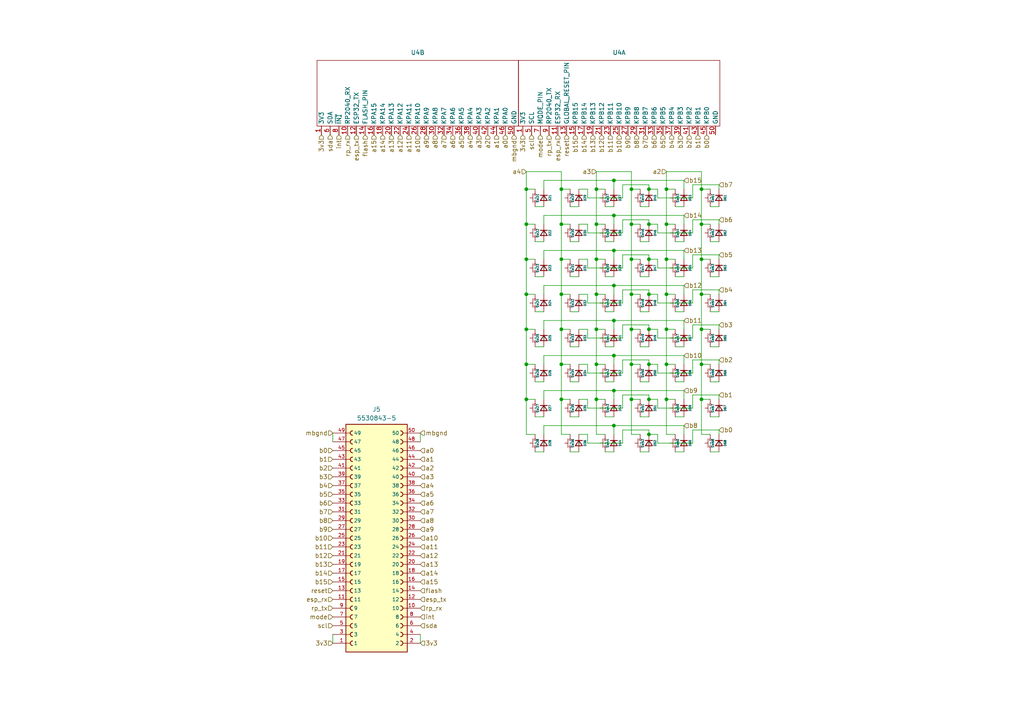
<source format=kicad_sch>
(kicad_sch (version 20230121) (generator eeschema)
  (paper "A4")
  (junction (at 178.054 92.964))
  (junction (at 152.654 115.824))
  (junction (at 193.294 75.184))
  (junction (at 203.454 65.024))
  (junction (at 183.134 54.864))
  (junction (at 203.454 54.864))
  (junction (at 183.134 105.664))
  (junction (at 183.134 85.344))
  (junction (at 152.654 85.344))
  (junction (at 188.214 125.984))
  (junction (at 193.294 105.664))
  (junction (at 162.814 95.504))
  (junction (at 172.974 75.184))
  (junction (at 172.974 54.864))
  (junction (at 172.974 85.344))
  (junction (at 203.454 115.824))
  (junction (at 162.814 115.824))
  (junction (at 178.054 123.444))
  (junction (at 152.654 65.024))
  (junction (at 178.054 62.484))
  (junction (at 183.134 115.824))
  (junction (at 193.294 54.864))
  (junction (at 152.654 75.184))
  (junction (at 193.294 65.024))
  (junction (at 172.974 95.504))
  (junction (at 193.294 115.824))
  (junction (at 203.454 105.664))
  (junction (at 188.214 105.664))
  (junction (at 162.814 54.864))
  (junction (at 178.054 52.324))
  (junction (at 183.134 95.504))
  (junction (at 152.654 95.504))
  (junction (at 188.214 65.024))
  (junction (at 203.454 75.184))
  (junction (at 178.054 113.284))
  (junction (at 193.294 95.504))
  (junction (at 183.134 65.024))
  (junction (at 172.974 65.024))
  (junction (at 162.814 75.184))
  (junction (at 193.294 85.344))
  (junction (at 188.214 54.864))
  (junction (at 178.054 72.644))
  (junction (at 178.054 103.124))
  (junction (at 152.654 105.664))
  (junction (at 172.974 105.664))
  (junction (at 152.654 54.864))
  (junction (at 188.214 85.344))
  (junction (at 203.454 85.344))
  (junction (at 188.214 115.824))
  (junction (at 172.974 115.824))
  (junction (at 162.814 85.344))
  (junction (at 188.214 95.504))
  (junction (at 162.814 65.024))
  (junction (at 188.214 75.184))
  (junction (at 203.454 95.504))
  (junction (at 178.054 82.804))
  (junction (at 183.134 75.184))
  (junction (at 162.814 105.664))
  (wire (pts (xy 175.514 110.744) (xy 178.054 110.744)))
  (wire (pts (xy 157.734 113.284) (xy 157.734 115.824)))
  (wire (pts (xy 185.674 59.944) (xy 188.214 59.944)))
  (wire (pts (xy 185.674 110.744) (xy 188.214 110.744)))
  (wire (pts (xy 152.654 125.984) (xy 155.194 125.984)))
  (wire (pts (xy 200.914 108.204) (xy 200.914 104.394)))
  (wire (pts (xy 170.434 67.564) (xy 180.594 67.564)))
  (wire (pts (xy 203.454 54.864) (xy 203.454 65.024)))
  (wire (pts (xy 157.734 85.344) (xy 157.734 82.804)))
  (wire (pts (xy 208.534 73.914) (xy 208.534 75.184)))
  (wire (pts (xy 200.914 53.594) (xy 208.534 53.594)))
  (wire (pts (xy 178.054 62.484) (xy 157.734 62.484)))
  (wire (pts (xy 195.834 80.264) (xy 198.374 80.264)))
  (wire (pts (xy 183.134 75.184) (xy 185.674 75.184)))
  (wire (pts (xy 183.134 65.024) (xy 183.134 75.184)))
  (wire (pts (xy 162.814 75.184) (xy 165.354 75.184)))
  (wire (pts (xy 152.654 65.024) (xy 152.654 75.184)))
  (wire (pts (xy 167.894 65.024) (xy 170.434 65.024)))
  (wire (pts (xy 185.674 80.264) (xy 188.214 80.264)))
  (wire (pts (xy 190.754 105.664) (xy 190.754 108.204)))
  (wire (pts (xy 167.894 105.664) (xy 170.434 105.664)))
  (wire (pts (xy 167.894 75.184) (xy 170.434 75.184)))
  (wire (pts (xy 208.534 94.234) (xy 208.534 95.504)))
  (wire (pts (xy 190.754 85.344) (xy 190.754 87.884)))
  (wire (pts (xy 208.534 104.394) (xy 208.534 105.664)))
  (wire (pts (xy 178.054 123.444) (xy 198.374 123.444)))
  (wire (pts (xy 175.514 120.904) (xy 178.054 120.904)))
  (wire (pts (xy 190.754 95.504) (xy 190.754 98.044)))
  (wire (pts (xy 188.214 84.074) (xy 188.214 85.344)))
  (wire (pts (xy 170.434 57.404) (xy 180.594 57.404)))
  (wire (pts (xy 175.514 80.264) (xy 178.054 80.264)))
  (wire (pts (xy 180.594 98.044) (xy 180.594 94.234)))
  (wire (pts (xy 200.914 84.074) (xy 208.534 84.074)))
  (wire (pts (xy 167.894 85.344) (xy 170.434 85.344)))
  (wire (pts (xy 157.734 125.984) (xy 157.734 123.444)))
  (wire (pts (xy 152.654 105.664) (xy 152.654 115.824)))
  (wire (pts (xy 193.294 49.784) (xy 193.294 54.864)))
  (wire (pts (xy 162.814 85.344) (xy 165.354 85.344)))
  (wire (pts (xy 178.054 54.864) (xy 178.054 52.324)))
  (wire (pts (xy 203.454 65.024) (xy 205.994 65.024)))
  (wire (pts (xy 121.92 184.023) (xy 121.92 186.563)))
  (wire (pts (xy 152.654 49.784) (xy 152.654 54.864)))
  (wire (pts (xy 172.974 125.984) (xy 175.514 125.984)))
  (wire (pts (xy 165.354 100.584) (xy 167.894 100.584)))
  (wire (pts (xy 198.374 105.664) (xy 198.374 103.124)))
  (wire (pts (xy 188.214 73.914) (xy 188.214 75.184)))
  (wire (pts (xy 178.054 103.124) (xy 178.054 105.664)))
  (wire (pts (xy 183.134 54.864) (xy 183.134 49.784)))
  (wire (pts (xy 198.374 92.964) (xy 178.054 92.964)))
  (wire (pts (xy 170.434 128.524) (xy 180.594 128.524)))
  (wire (pts (xy 188.214 54.864) (xy 190.754 54.864)))
  (wire (pts (xy 193.294 105.664) (xy 195.834 105.664)))
  (wire (pts (xy 180.594 84.074) (xy 188.214 84.074)))
  (wire (pts (xy 190.754 118.364) (xy 200.914 118.364)))
  (wire (pts (xy 190.754 65.024) (xy 190.754 67.564)))
  (wire (pts (xy 190.754 108.204) (xy 200.914 108.204)))
  (wire (pts (xy 165.354 110.744) (xy 167.894 110.744)))
  (wire (pts (xy 198.374 75.184) (xy 198.374 72.644)))
  (wire (pts (xy 188.214 105.664) (xy 190.754 105.664)))
  (wire (pts (xy 190.754 115.824) (xy 190.754 118.364)))
  (wire (pts (xy 162.814 105.664) (xy 165.354 105.664)))
  (wire (pts (xy 185.674 131.064) (xy 188.214 131.064)))
  (wire (pts (xy 172.974 65.024) (xy 175.514 65.024)))
  (wire (pts (xy 188.214 65.024) (xy 190.754 65.024)))
  (wire (pts (xy 175.514 59.944) (xy 178.054 59.944)))
  (wire (pts (xy 195.834 131.064) (xy 198.374 131.064)))
  (wire (pts (xy 183.134 105.664) (xy 185.674 105.664)))
  (wire (pts (xy 203.454 125.984) (xy 205.994 125.984)))
  (wire (pts (xy 170.434 118.364) (xy 180.594 118.364)))
  (wire (pts (xy 203.454 115.824) (xy 203.454 125.984)))
  (wire (pts (xy 152.654 54.864) (xy 152.654 65.024)))
  (wire (pts (xy 205.994 54.864) (xy 203.454 54.864)))
  (wire (pts (xy 195.834 110.744) (xy 198.374 110.744)))
  (wire (pts (xy 198.374 65.024) (xy 198.374 62.484)))
  (wire (pts (xy 180.594 124.714) (xy 188.214 124.714)))
  (wire (pts (xy 198.374 95.504) (xy 198.374 92.964)))
  (wire (pts (xy 205.994 100.584) (xy 208.534 100.584)))
  (wire (pts (xy 157.734 52.324) (xy 178.054 52.324)))
  (wire (pts (xy 208.534 84.074) (xy 208.534 85.344)))
  (wire (pts (xy 167.894 115.824) (xy 170.434 115.824)))
  (wire (pts (xy 203.454 54.864) (xy 203.454 49.784)))
  (wire (pts (xy 170.434 77.724) (xy 180.594 77.724)))
  (wire (pts (xy 172.974 65.024) (xy 172.974 75.184)))
  (wire (pts (xy 165.354 120.904) (xy 167.894 120.904)))
  (wire (pts (xy 155.194 54.864) (xy 152.654 54.864)))
  (wire (pts (xy 190.754 87.884) (xy 200.914 87.884)))
  (wire (pts (xy 193.294 105.664) (xy 193.294 115.824)))
  (wire (pts (xy 170.434 85.344) (xy 170.434 87.884)))
  (wire (pts (xy 203.454 95.504) (xy 205.994 95.504)))
  (wire (pts (xy 180.594 118.364) (xy 180.594 114.554)))
  (wire (pts (xy 208.534 63.754) (xy 208.534 65.024)))
  (wire (pts (xy 193.294 95.504) (xy 195.834 95.504)))
  (wire (pts (xy 200.914 94.234) (xy 208.534 94.234)))
  (wire (pts (xy 188.214 95.504) (xy 190.754 95.504)))
  (wire (pts (xy 205.994 80.264) (xy 208.534 80.264)))
  (wire (pts (xy 183.134 105.664) (xy 183.134 115.824)))
  (wire (pts (xy 195.834 120.904) (xy 198.374 120.904)))
  (wire (pts (xy 172.974 115.824) (xy 172.974 125.984)))
  (wire (pts (xy 157.734 123.444) (xy 178.054 123.444)))
  (wire (pts (xy 157.734 92.964) (xy 157.734 95.504)))
  (wire (pts (xy 185.674 120.904) (xy 188.214 120.904)))
  (wire (pts (xy 195.834 54.864) (xy 193.294 54.864)))
  (wire (pts (xy 183.134 54.864) (xy 183.134 65.024)))
  (wire (pts (xy 178.054 65.024) (xy 178.054 62.484)))
  (wire (pts (xy 203.454 105.664) (xy 205.994 105.664)))
  (wire (pts (xy 170.434 108.204) (xy 180.594 108.204)))
  (wire (pts (xy 155.194 80.264) (xy 157.734 80.264)))
  (wire (pts (xy 183.134 115.824) (xy 183.134 125.984)))
  (wire (pts (xy 185.674 54.864) (xy 183.134 54.864)))
  (wire (pts (xy 178.054 92.964) (xy 157.734 92.964)))
  (wire (pts (xy 200.914 124.714) (xy 208.534 124.714)))
  (wire (pts (xy 188.214 53.594) (xy 188.214 54.864)))
  (wire (pts (xy 165.354 70.104) (xy 167.894 70.104)))
  (wire (pts (xy 180.594 63.754) (xy 188.214 63.754)))
  (wire (pts (xy 190.754 54.864) (xy 190.754 57.404)))
  (wire (pts (xy 188.214 124.714) (xy 188.214 125.984)))
  (wire (pts (xy 152.654 65.024) (xy 155.194 65.024)))
  (wire (pts (xy 200.914 118.364) (xy 200.914 114.554)))
  (wire (pts (xy 193.294 85.344) (xy 193.294 95.504)))
  (wire (pts (xy 208.534 124.714) (xy 208.534 125.984)))
  (wire (pts (xy 162.814 54.864) (xy 162.814 65.024)))
  (wire (pts (xy 205.994 90.424) (xy 208.534 90.424)))
  (wire (pts (xy 157.734 72.644) (xy 157.734 75.184)))
  (wire (pts (xy 183.134 65.024) (xy 185.674 65.024)))
  (wire (pts (xy 205.994 110.744) (xy 208.534 110.744)))
  (wire (pts (xy 180.594 104.394) (xy 188.214 104.394)))
  (wire (pts (xy 178.054 75.184) (xy 178.054 72.644)))
  (wire (pts (xy 152.654 115.824) (xy 152.654 125.984)))
  (wire (pts (xy 180.594 128.524) (xy 180.594 124.714)))
  (wire (pts (xy 152.654 105.664) (xy 155.194 105.664)))
  (wire (pts (xy 183.134 49.784) (xy 172.974 49.784)))
  (wire (pts (xy 203.454 75.184) (xy 205.994 75.184)))
  (wire (pts (xy 165.354 131.064) (xy 167.894 131.064)))
  (wire (pts (xy 170.434 87.884) (xy 180.594 87.884)))
  (wire (pts (xy 178.054 82.804) (xy 198.374 82.804)))
  (wire (pts (xy 175.514 70.104) (xy 178.054 70.104)))
  (wire (pts (xy 172.974 75.184) (xy 175.514 75.184)))
  (wire (pts (xy 162.814 85.344) (xy 162.814 95.504)))
  (wire (pts (xy 162.814 65.024) (xy 165.354 65.024)))
  (wire (pts (xy 180.594 73.914) (xy 188.214 73.914)))
  (wire (pts (xy 178.054 123.444) (xy 178.054 125.984)))
  (wire (pts (xy 200.914 104.394) (xy 208.534 104.394)))
  (wire (pts (xy 152.654 75.184) (xy 152.654 85.344)))
  (wire (pts (xy 162.814 75.184) (xy 162.814 85.344)))
  (wire (pts (xy 167.894 95.504) (xy 170.434 95.504)))
  (wire (pts (xy 193.294 75.184) (xy 193.294 85.344)))
  (wire (pts (xy 200.914 63.754) (xy 208.534 63.754)))
  (wire (pts (xy 170.434 95.504) (xy 170.434 98.044)))
  (wire (pts (xy 195.834 59.944) (xy 198.374 59.944)))
  (wire (pts (xy 198.374 85.344) (xy 198.374 82.804)))
  (wire (pts (xy 172.974 54.864) (xy 172.974 65.024)))
  (wire (pts (xy 152.654 95.504) (xy 155.194 95.504)))
  (wire (pts (xy 170.434 98.044) (xy 180.594 98.044)))
  (wire (pts (xy 203.454 95.504) (xy 203.454 105.664)))
  (wire (pts (xy 172.974 49.784) (xy 172.974 54.864)))
  (wire (pts (xy 200.914 57.404) (xy 200.914 53.594)))
  (wire (pts (xy 162.814 95.504) (xy 162.814 105.664)))
  (wire (pts (xy 180.594 94.234) (xy 188.214 94.234)))
  (wire (pts (xy 200.914 67.564) (xy 200.914 63.754)))
  (wire (pts (xy 185.674 100.584) (xy 188.214 100.584)))
  (wire (pts (xy 175.514 90.424) (xy 178.054 90.424)))
  (wire (pts (xy 172.974 75.184) (xy 172.974 85.344)))
  (wire (pts (xy 157.734 105.664) (xy 157.734 103.124)))
  (wire (pts (xy 155.194 110.744) (xy 157.734 110.744)))
  (wire (pts (xy 208.534 53.594) (xy 208.534 54.864)))
  (wire (pts (xy 193.294 65.024) (xy 193.294 75.184)))
  (wire (pts (xy 205.994 70.104) (xy 208.534 70.104)))
  (wire (pts (xy 185.674 70.104) (xy 188.214 70.104)))
  (wire (pts (xy 170.434 125.984) (xy 170.434 128.524)))
  (wire (pts (xy 172.974 85.344) (xy 175.514 85.344)))
  (wire (pts (xy 190.754 75.184) (xy 190.754 77.724)))
  (wire (pts (xy 172.974 85.344) (xy 172.974 95.504)))
  (wire (pts (xy 193.294 95.504) (xy 193.294 105.664)))
  (wire (pts (xy 170.434 54.864) (xy 170.434 57.404)))
  (wire (pts (xy 152.654 85.344) (xy 152.654 95.504)))
  (wire (pts (xy 162.814 125.984) (xy 165.354 125.984)))
  (wire (pts (xy 203.454 65.024) (xy 203.454 75.184)))
  (wire (pts (xy 188.214 115.824) (xy 190.754 115.824)))
  (wire (pts (xy 170.434 115.824) (xy 170.434 118.364)))
  (wire (pts (xy 203.454 115.824) (xy 205.994 115.824)))
  (wire (pts (xy 183.134 95.504) (xy 185.674 95.504)))
  (wire (pts (xy 96.52 184.023) (xy 96.52 186.563)))
  (wire (pts (xy 193.294 54.864) (xy 193.294 65.024)))
  (wire (pts (xy 178.054 115.824) (xy 178.054 113.284)))
  (wire (pts (xy 188.214 114.554) (xy 188.214 115.824)))
  (wire (pts (xy 162.814 115.824) (xy 162.814 125.984)))
  (wire (pts (xy 155.194 100.584) (xy 157.734 100.584)))
  (wire (pts (xy 203.454 105.664) (xy 203.454 115.824)))
  (wire (pts (xy 190.754 67.564) (xy 200.914 67.564)))
  (wire (pts (xy 185.674 90.424) (xy 188.214 90.424)))
  (wire (pts (xy 175.514 131.064) (xy 178.054 131.064)))
  (wire (pts (xy 162.814 54.864) (xy 162.814 49.784)))
  (wire (pts (xy 198.374 72.644) (xy 178.054 72.644)))
  (wire (pts (xy 172.974 105.664) (xy 172.974 115.824)))
  (wire (pts (xy 200.914 77.724) (xy 200.914 73.914)))
  (wire (pts (xy 205.994 131.064) (xy 208.534 131.064)))
  (wire (pts (xy 200.914 128.524) (xy 200.914 124.714)))
  (wire (pts (xy 188.214 63.754) (xy 188.214 65.024)))
  (wire (pts (xy 200.914 87.884) (xy 200.914 84.074)))
  (wire (pts (xy 193.294 125.984) (xy 195.834 125.984)))
  (wire (pts (xy 96.52 125.603) (xy 96.52 128.143)))
  (wire (pts (xy 200.914 98.044) (xy 200.914 94.234)))
  (wire (pts (xy 195.834 70.104) (xy 198.374 70.104)))
  (wire (pts (xy 183.134 85.344) (xy 183.134 95.504)))
  (wire (pts (xy 172.974 105.664) (xy 175.514 105.664)))
  (wire (pts (xy 155.194 131.064) (xy 157.734 131.064)))
  (wire (pts (xy 190.754 98.044) (xy 200.914 98.044)))
  (wire (pts (xy 190.754 57.404) (xy 200.914 57.404)))
  (wire (pts (xy 178.054 103.124) (xy 198.374 103.124)))
  (wire (pts (xy 155.194 59.944) (xy 157.734 59.944)))
  (wire (pts (xy 172.974 115.824) (xy 175.514 115.824)))
  (wire (pts (xy 172.974 95.504) (xy 175.514 95.504)))
  (wire (pts (xy 188.214 85.344) (xy 190.754 85.344)))
  (wire (pts (xy 152.654 115.824) (xy 155.194 115.824)))
  (wire (pts (xy 152.654 85.344) (xy 155.194 85.344)))
  (wire (pts (xy 178.054 113.284) (xy 157.734 113.284)))
  (wire (pts (xy 178.054 52.324) (xy 198.374 52.324)))
  (wire (pts (xy 198.374 62.484) (xy 178.054 62.484)))
  (wire (pts (xy 155.194 120.904) (xy 157.734 120.904)))
  (wire (pts (xy 203.454 75.184) (xy 203.454 85.344)))
  (wire (pts (xy 195.834 90.424) (xy 198.374 90.424)))
  (wire (pts (xy 183.134 125.984) (xy 185.674 125.984)))
  (wire (pts (xy 162.814 49.784) (xy 152.654 49.784)))
  (wire (pts (xy 165.354 80.264) (xy 167.894 80.264)))
  (wire (pts (xy 170.434 105.664) (xy 170.434 108.204)))
  (wire (pts (xy 178.054 82.804) (xy 178.054 85.344)))
  (wire (pts (xy 200.914 73.914) (xy 208.534 73.914)))
  (wire (pts (xy 190.754 77.724) (xy 200.914 77.724)))
  (wire (pts (xy 162.814 65.024) (xy 162.814 75.184)))
  (wire (pts (xy 193.294 65.024) (xy 195.834 65.024)))
  (wire (pts (xy 198.374 52.324) (xy 198.374 54.864)))
  (wire (pts (xy 198.374 113.284) (xy 198.374 115.824)))
  (wire (pts (xy 165.354 59.944) (xy 167.894 59.944)))
  (wire (pts (xy 165.354 90.424) (xy 167.894 90.424)))
  (wire (pts (xy 198.374 125.984) (xy 198.374 123.444)))
  (wire (pts (xy 178.054 92.964) (xy 178.054 95.504)))
  (wire (pts (xy 190.754 128.524) (xy 200.914 128.524)))
  (wire (pts (xy 167.894 125.984) (xy 170.434 125.984)))
  (wire (pts (xy 188.214 104.394) (xy 188.214 105.664)))
  (wire (pts (xy 208.534 114.554) (xy 208.534 115.824)))
  (wire (pts (xy 175.514 100.584) (xy 178.054 100.584)))
  (wire (pts (xy 183.134 115.824) (xy 185.674 115.824)))
  (wire (pts (xy 180.594 57.404) (xy 180.594 53.594)))
  (wire (pts (xy 193.294 75.184) (xy 195.834 75.184)))
  (wire (pts (xy 155.194 70.104) (xy 157.734 70.104)))
  (wire (pts (xy 195.834 100.584) (xy 198.374 100.584)))
  (wire (pts (xy 157.734 62.484) (xy 157.734 65.024)))
  (wire (pts (xy 170.434 75.184) (xy 170.434 77.724)))
  (wire (pts (xy 172.974 95.504) (xy 172.974 105.664)))
  (wire (pts (xy 162.814 105.664) (xy 162.814 115.824)))
  (wire (pts (xy 121.92 125.603) (xy 121.92 128.143)))
  (wire (pts (xy 205.994 120.904) (xy 208.534 120.904)))
  (wire (pts (xy 203.454 85.344) (xy 203.454 95.504)))
  (wire (pts (xy 183.134 95.504) (xy 183.134 105.664)))
  (wire (pts (xy 157.734 103.124) (xy 178.054 103.124)))
  (wire (pts (xy 193.294 115.824) (xy 193.294 125.984)))
  (wire (pts (xy 162.814 95.504) (xy 165.354 95.504)))
  (wire (pts (xy 152.654 75.184) (xy 155.194 75.184)))
  (wire (pts (xy 180.594 108.204) (xy 180.594 104.394)))
  (wire (pts (xy 188.214 75.184) (xy 190.754 75.184)))
  (wire (pts (xy 193.294 85.344) (xy 195.834 85.344)))
  (wire (pts (xy 183.134 75.184) (xy 183.134 85.344)))
  (wire (pts (xy 180.594 87.884) (xy 180.594 84.074)))
  (wire (pts (xy 203.454 85.344) (xy 205.994 85.344)))
  (wire (pts (xy 188.214 94.234) (xy 188.214 95.504)))
  (wire (pts (xy 180.594 53.594) (xy 188.214 53.594)))
  (wire (pts (xy 175.514 54.864) (xy 172.974 54.864)))
  (wire (pts (xy 203.454 49.784) (xy 193.294 49.784)))
  (wire (pts (xy 167.894 54.864) (xy 170.434 54.864)))
  (wire (pts (xy 178.054 72.644) (xy 157.734 72.644)))
  (wire (pts (xy 180.594 67.564) (xy 180.594 63.754)))
  (wire (pts (xy 155.194 90.424) (xy 157.734 90.424)))
  (wire (pts (xy 200.914 114.554) (xy 208.534 114.554)))
  (wire (pts (xy 152.654 95.504) (xy 152.654 105.664)))
  (wire (pts (xy 162.814 115.824) (xy 165.354 115.824)))
  (wire (pts (xy 180.594 77.724) (xy 180.594 73.914)))
  (wire (pts (xy 188.214 125.984) (xy 190.754 125.984)))
  (wire (pts (xy 157.734 82.804) (xy 178.054 82.804)))
  (wire (pts (xy 193.294 115.824) (xy 195.834 115.824)))
  (wire (pts (xy 170.434 65.024) (xy 170.434 67.564)))
  (wire (pts (xy 183.134 85.344) (xy 185.674 85.344)))
  (wire (pts (xy 198.374 113.284) (xy 178.054 113.284)))
  (wire (pts (xy 205.994 59.944) (xy 208.534 59.944)))
  (wire (pts (xy 157.734 54.864) (xy 157.734 52.324)))
  (wire (pts (xy 180.594 114.554) (xy 188.214 114.554)))
  (wire (pts (xy 165.354 54.864) (xy 162.814 54.864)))
  (wire (pts (xy 190.754 125.984) (xy 190.754 128.524)))
  (hierarchical_label "a14" (shape input) (at 121.92 166.243 0))
  (hierarchical_label "b5" (shape input) (at 192.278 39.116 270))
  (hierarchical_label "a5" (shape input) (at 121.92 143.383 0))
  (hierarchical_label "mode" (shape input) (at 96.52 178.943 180))
  (hierarchical_label "a13" (shape input) (at 113.538 39.116 270))
  (hierarchical_label "reset" (shape input) (at 96.52 171.323 180))
  (hierarchical_label "b6" (shape input) (at 208.534 63.754 0))
  (hierarchical_label "a11" (shape input) (at 118.618 39.116 270))
  (hierarchical_label "b11" (shape input) (at 96.52 158.623 180))
  (hierarchical_label "a4" (shape input) (at 136.398 39.116 270))
  (hierarchical_label "b4" (shape input) (at 208.534 84.074 0))
  (hierarchical_label "scl" (shape input) (at 96.52 181.483 180))
  (hierarchical_label "a13" (shape input) (at 121.92 163.703 0))
  (hierarchical_label "a1" (shape input) (at 121.92 133.223 0))
  (hierarchical_label "b9" (shape input) (at 96.52 153.543 180))
  (hierarchical_label "b13" (shape input) (at 171.958 39.116 270))
  (hierarchical_label "b3" (shape input) (at 197.358 39.116 270))
  (hierarchical_label "a2" (shape input) (at 121.92 135.763 0))
  (hierarchical_label "b2" (shape input) (at 208.534 104.394 0))
  (hierarchical_label "b3" (shape input) (at 96.52 138.303 180))
  (hierarchical_label "b4" (shape input) (at 96.52 140.843 180))
  (hierarchical_label "a5" (shape input) (at 133.858 39.116 270))
  (hierarchical_label "b13" (shape input) (at 198.374 72.644 0))
  (hierarchical_label "b0" (shape input) (at 204.978 39.116 270))
  (hierarchical_label "a6" (shape input) (at 131.318 39.116 270))
  (hierarchical_label "a8" (shape input) (at 121.92 151.003 0))
  (hierarchical_label "mode" (shape input) (at 156.718 39.116 270))
  (hierarchical_label "mbgnd" (shape input) (at 149.098 39.116 270))
  (hierarchical_label "a3" (shape input) (at 121.92 138.303 0))
  (hierarchical_label "esp_rx" (shape input) (at 161.798 39.116 270))
  (hierarchical_label "a15" (shape input) (at 121.92 168.783 0))
  (hierarchical_label "3v3" (shape input) (at 93.218 39.116 270))
  (hierarchical_label "b13" (shape input) (at 96.52 163.703 180))
  (hierarchical_label "flash" (shape input) (at 121.92 171.323 0))
  (hierarchical_label "a15" (shape input) (at 108.458 39.116 270))
  (hierarchical_label "a7" (shape input) (at 121.92 148.463 0))
  (hierarchical_label "rp_tx" (shape input) (at 159.258 39.116 270))
  (hierarchical_label "a10" (shape input) (at 121.158 39.116 270))
  (hierarchical_label "b15" (shape input) (at 198.374 52.324 0))
  (hierarchical_label "a2" (shape input) (at 193.294 49.784 180))
  (hierarchical_label "a9" (shape input) (at 123.698 39.116 270))
  (hierarchical_label "flash" (shape input) (at 105.918 39.116 270))
  (hierarchical_label "a9" (shape input) (at 121.92 153.543 0))
  (hierarchical_label "a3" (shape input) (at 138.938 39.116 270))
  (hierarchical_label "b11" (shape input) (at 198.374 92.964 0))
  (hierarchical_label "b15" (shape input) (at 166.878 39.116 270))
  (hierarchical_label "b4" (shape input) (at 194.818 39.116 270))
  (hierarchical_label "b15" (shape input) (at 96.52 168.783 180))
  (hierarchical_label "scl" (shape input) (at 154.178 39.116 270))
  (hierarchical_label "b11" (shape input) (at 177.038 39.116 270))
  (hierarchical_label "a7" (shape input) (at 128.778 39.116 270))
  (hierarchical_label "b5" (shape input) (at 96.52 143.383 180))
  (hierarchical_label "int" (shape input) (at 121.92 178.943 0))
  (hierarchical_label "a4" (shape input) (at 121.92 140.843 0))
  (hierarchical_label "b12" (shape input) (at 174.498 39.116 270))
  (hierarchical_label "b9" (shape input) (at 198.374 113.284 0))
  (hierarchical_label "rp_tx" (shape input) (at 96.52 176.403 180))
  (hierarchical_label "b2" (shape input) (at 199.898 39.116 270))
  (hierarchical_label "a2" (shape input) (at 141.478 39.116 270))
  (hierarchical_label "b5" (shape input) (at 208.534 73.914 0))
  (hierarchical_label "a1" (shape input) (at 144.018 39.116 270))
  (hierarchical_label "rp_rx" (shape input) (at 100.838 39.116 270))
  (hierarchical_label "b6" (shape input) (at 189.738 39.116 270))
  (hierarchical_label "3v3" (shape input) (at 121.92 186.563 0))
  (hierarchical_label "sda" (shape input) (at 121.92 181.483 0))
  (hierarchical_label "b10" (shape input) (at 96.52 156.083 180))
  (hierarchical_label "a11" (shape input) (at 121.92 158.623 0))
  (hierarchical_label "b14" (shape input) (at 198.374 62.484 0))
  (hierarchical_label "a0" (shape input) (at 146.558 39.116 270))
  (hierarchical_label "b7" (shape input) (at 208.534 53.594 0))
  (hierarchical_label "b1" (shape input) (at 202.438 39.116 270))
  (hierarchical_label "sda" (shape input) (at 95.758 39.116 270))
  (hierarchical_label "a12" (shape input) (at 121.92 161.163 0))
  (hierarchical_label "b7" (shape input) (at 187.198 39.116 270))
  (hierarchical_label "b2" (shape input) (at 96.52 135.763 180))
  (hierarchical_label "3v3" (shape input) (at 96.52 186.563 180))
  (hierarchical_label "b8" (shape input) (at 184.658 39.116 270))
  (hierarchical_label "b0" (shape input) (at 208.534 124.714 0))
  (hierarchical_label "b10" (shape input) (at 198.374 103.124 0))
  (hierarchical_label "b8" (shape input) (at 96.52 151.003 180))
  (hierarchical_label "b1" (shape input) (at 96.52 133.223 180))
  (hierarchical_label "b12" (shape input) (at 96.52 161.163 180))
  (hierarchical_label "b1" (shape input) (at 208.534 114.554 0))
  (hierarchical_label "esp_tx" (shape input) (at 121.92 173.863 0))
  (hierarchical_label "b14" (shape input) (at 169.418 39.116 270))
  (hierarchical_label "esp_rx" (shape input) (at 96.52 173.863 180))
  (hierarchical_label "a10" (shape input) (at 121.92 156.083 0))
  (hierarchical_label "b12" (shape input) (at 198.374 82.804 0))
  (hierarchical_label "esp_tx" (shape input) (at 103.378 39.116 270))
  (hierarchical_label "a3" (shape input) (at 172.974 49.784 180))
  (hierarchical_label "b14" (shape input) (at 96.52 166.243 180))
  (hierarchical_label "rp_rx" (shape input) (at 121.92 176.403 0))
  (hierarchical_label "b9" (shape input) (at 182.118 39.116 270))
  (hierarchical_label "mbgnd" (shape input) (at 121.92 125.603 0))
  (hierarchical_label "a8" (shape input) (at 126.238 39.116 270))
  (hierarchical_label "a6" (shape input) (at 121.92 145.923 0))
  (hierarchical_label "a14" (shape input) (at 110.998 39.116 270))
  (hierarchical_label "a4" (shape input) (at 152.654 49.784 180))
  (hierarchical_label "b6" (shape input) (at 96.52 145.923 180))
  (hierarchical_label "b8" (shape input) (at 198.374 123.444 0))
  (hierarchical_label "b7" (shape input) (at 96.52 148.463 180))
  (hierarchical_label "b10" (shape input) (at 179.578 39.116 270))
  (hierarchical_label "a12" (shape input) (at 116.078 39.116 270))
  (hierarchical_label "b0" (shape input) (at 96.52 130.683 180))
  (hierarchical_label "int" (shape input) (at 98.298 39.116 270))
  (hierarchical_label "mbgnd" (shape input) (at 96.52 125.603 180))
  (hierarchical_label "reset" (shape input) (at 164.338 39.116 270))
  (hierarchical_label "b3" (shape input) (at 208.534 94.234 0))
  (hierarchical_label "a0" (shape input) (at 121.92 130.683 0))
  (hierarchical_label "3v3" (shape input) (at 151.638 39.116 270))
  (symbol (lib_name "diode_1") (lib_id "custom:diode") (at 208.534 128.524 270) (unit 1)
    (property "Reference" "D68" (at 210.312 128.524 0) (effects (font (size 0.635 0.635))))
    (property "Value" "~" (at 208.534 128.524 0))
    (property "Footprint" "footprints:SMA_SDS" (effects hide))
  )
  (symbol (lib_id "custom:SW_Push_Small") (at 205.994 118.364 90) (unit 1)
    (property "Reference" "SW67" (at 206.756 117.094 0) (effects (font (size 0.635 0.635)) (justify right)))
    (property "Value" "~" (at 205.994 118.364 0))
    (property "Footprint" "Button_Switch_SMD:SW_Tactile_SPST_NO_Straight_CK_PTS636Sx25SMTRLFS" (effects hide))
  )
  (symbol (lib_name "diode_1") (lib_id "custom:diode") (at 178.054 57.404 270) (unit 1)
    (property "Reference" "D37" (at 179.832 57.404 0) (effects (font (size 0.635 0.635))))
    (property "Value" "~" (at 178.054 57.404 0))
    (property "Footprint" "footprints:SMA_SDS" (effects hide))
  )
  (symbol (lib_name "diode_1") (lib_id "custom:diode") (at 167.894 57.404 270) (unit 1)
    (property "Reference" "D29" (at 169.672 57.404 0) (effects (font (size 0.635 0.635))))
    (property "Value" "~" (at 167.894 57.404 0))
    (property "Footprint" "footprints:SMA_SDS" (effects hide))
  )
  (symbol (lib_id "custom:SW_Push_Small") (at 205.994 57.404 90) (unit 1)
    (property "Reference" "SW61" (at 206.756 56.134 0) (effects (font (size 0.635 0.635)) (justify right)))
    (property "Value" "~" (at 205.994 57.404 0))
    (property "Footprint" "Button_Switch_SMD:SW_Tactile_SPST_NO_Straight_CK_PTS636Sx25SMTRLFS" (effects hide))
  )
  (symbol (lib_id "custom:SW_Push_Small") (at 185.674 57.404 90) (unit 1)
    (property "Reference" "SW45" (at 186.436 56.134 0) (effects (font (size 0.635 0.635)) (justify right)))
    (property "Value" "~" (at 185.674 57.404 0))
    (property "Footprint" "Button_Switch_SMD:SW_Tactile_SPST_NO_Straight_CK_PTS636Sx25SMTRLFS" (effects hide))
  )
  (symbol (lib_name "diode_1") (lib_id "custom:diode") (at 178.054 108.204 270) (unit 1)
    (property "Reference" "D42" (at 179.832 108.204 0) (effects (font (size 0.635 0.635))))
    (property "Value" "~" (at 178.054 108.204 0))
    (property "Footprint" "footprints:SMA_SDS" (effects hide))
  )
  (symbol (lib_name "diode_1") (lib_id "custom:diode") (at 208.534 108.204 270) (unit 1)
    (property "Reference" "D66" (at 210.312 108.204 0) (effects (font (size 0.635 0.635))))
    (property "Value" "~" (at 208.534 108.204 0))
    (property "Footprint" "footprints:SMA_SDS" (effects hide))
  )
  (symbol (lib_name "diode_1") (lib_id "custom:diode") (at 198.374 128.524 270) (unit 1)
    (property "Reference" "D60" (at 200.152 128.524 0) (effects (font (size 0.635 0.635))))
    (property "Value" "~" (at 198.374 128.524 0))
    (property "Footprint" "footprints:SMA_SDS" (effects hide))
  )
  (symbol (lib_id "5530843-5:5530843-5") (at 109.22 156.083 0) (mirror x) (unit 1)
    (property "Reference" "J5" (at 109.22 118.745 0))
    (property "Value" "5530843-5" (at 109.22 121.285 0))
    (property "Footprint" "5530843_5:edgeport" (effects hide))
    (property "PARTREV" "G1" (effects hide))
    (property "STANDARD" "Manufacturer Recommendations" (effects hide))
    (property "MAXIMUM_PACKAGE_HEIGHT" "15.5 mm" (effects hide))
    (property "MANUFACTURER" "TE Connectivity" (effects hide))
  )
  (symbol (lib_name "diode_1") (lib_id "custom:diode") (at 188.214 118.364 270) (unit 1)
    (property "Reference" "D51" (at 189.992 118.364 0) (effects (font (size 0.635 0.635))))
    (property "Value" "~" (at 188.214 118.364 0))
    (property "Footprint" "footprints:SMA_SDS" (effects hide))
  )
  (symbol (lib_id "custom:SW_Push_Small") (at 205.994 108.204 90) (unit 1)
    (property "Reference" "SW66" (at 206.756 106.934 0) (effects (font (size 0.635 0.635)) (justify right)))
    (property "Value" "~" (at 205.994 108.204 0))
    (property "Footprint" "Button_Switch_SMD:SW_Tactile_SPST_NO_Straight_CK_PTS636Sx25SMTRLFS" (effects hide))
  )
  (symbol (lib_id "custom:SW_Push_Small") (at 205.994 77.724 90) (unit 1)
    (property "Reference" "SW63" (at 206.756 76.454 0) (effects (font (size 0.635 0.635)) (justify right)))
    (property "Value" "~" (at 205.994 77.724 0))
    (property "Footprint" "Button_Switch_SMD:SW_Tactile_SPST_NO_Straight_CK_PTS636Sx25SMTRLFS" (effects hide))
  )
  (symbol (lib_id "custom:SW_Push_Small") (at 155.194 118.364 90) (unit 1)
    (property "Reference" "SW27" (at 155.956 117.094 0) (effects (font (size 0.635 0.635)) (justify right)))
    (property "Value" "~" (at 155.194 118.364 0))
    (property "Footprint" "Button_Switch_SMD:SW_Tactile_SPST_NO_Straight_CK_PTS636Sx25SMTRLFS" (effects hide))
  )
  (symbol (lib_id "custom:SW_Push_Small") (at 185.674 128.524 90) (unit 1)
    (property "Reference" "SW52" (at 186.436 127.254 0) (effects (font (size 0.635 0.635)) (justify right)))
    (property "Value" "~" (at 185.674 128.524 0))
    (property "Footprint" "Button_Switch_SMD:SW_Tactile_SPST_NO_Straight_CK_PTS636Sx25SMTRLFS" (effects hide))
  )
  (symbol (lib_id "custom:SW_Push_Small") (at 195.834 98.044 90) (unit 1)
    (property "Reference" "SW57" (at 196.596 96.774 0) (effects (font (size 0.635 0.635)) (justify right)))
    (property "Value" "~" (at 195.834 98.044 0))
    (property "Footprint" "Button_Switch_SMD:SW_Tactile_SPST_NO_Straight_CK_PTS636Sx25SMTRLFS" (effects hide))
  )
  (symbol (lib_id "custom:SW_Push_Small") (at 175.514 87.884 90) (unit 1)
    (property "Reference" "SW40" (at 176.276 86.614 0) (effects (font (size 0.635 0.635)) (justify right)))
    (property "Value" "~" (at 175.514 87.884 0))
    (property "Footprint" "Button_Switch_SMD:SW_Tactile_SPST_NO_Straight_CK_PTS636Sx25SMTRLFS" (effects hide))
  )
  (symbol (lib_name "diode_1") (lib_id "custom:diode") (at 178.054 77.724 270) (unit 1)
    (property "Reference" "D39" (at 179.832 77.724 0) (effects (font (size 0.635 0.635))))
    (property "Value" "~" (at 178.054 77.724 0))
    (property "Footprint" "footprints:SMA_SDS" (effects hide))
  )
  (symbol (lib_name "diode_1") (lib_id "custom:diode") (at 157.734 128.524 270) (unit 1)
    (property "Reference" "D28" (at 159.512 128.524 0) (effects (font (size 0.635 0.635))))
    (property "Value" "~" (at 157.734 128.524 0))
    (property "Footprint" "footprints:SMA_SDS" (effects hide))
  )
  (symbol (lib_id "custom:SW_Push_Small") (at 165.354 57.404 90) (unit 1)
    (property "Reference" "SW29" (at 166.116 56.134 0) (effects (font (size 0.635 0.635)) (justify right)))
    (property "Value" "~" (at 165.354 57.404 0))
    (property "Footprint" "Button_Switch_SMD:SW_Tactile_SPST_NO_Straight_CK_PTS636Sx25SMTRLFS" (effects hide))
  )
  (symbol (lib_id "custom:SW_Push_Small") (at 165.354 118.364 90) (unit 1)
    (property "Reference" "SW35" (at 166.116 117.094 0) (effects (font (size 0.635 0.635)) (justify right)))
    (property "Value" "~" (at 165.354 118.364 0))
    (property "Footprint" "Button_Switch_SMD:SW_Tactile_SPST_NO_Straight_CK_PTS636Sx25SMTRLFS" (effects hide))
  )
  (symbol (lib_name "diode_1") (lib_id "custom:diode") (at 178.054 87.884 270) (unit 1)
    (property "Reference" "D40" (at 179.832 87.884 0) (effects (font (size 0.635 0.635))))
    (property "Value" "~" (at 178.054 87.884 0))
    (property "Footprint" "footprints:SMA_SDS" (effects hide))
  )
  (symbol (lib_id "custom:SW_Push_Small") (at 175.514 67.564 90) (unit 1)
    (property "Reference" "SW38" (at 176.276 66.294 0) (effects (font (size 0.635 0.635)) (justify right)))
    (property "Value" "~" (at 175.514 67.564 0))
    (property "Footprint" "Button_Switch_SMD:SW_Tactile_SPST_NO_Straight_CK_PTS636Sx25SMTRLFS" (effects hide))
  )
  (symbol (lib_id "custom:SW_Push_Small") (at 185.674 77.724 90) (unit 1)
    (property "Reference" "SW47" (at 186.436 76.454 0) (effects (font (size 0.635 0.635)) (justify right)))
    (property "Value" "~" (at 185.674 77.724 0))
    (property "Footprint" "Button_Switch_SMD:SW_Tactile_SPST_NO_Straight_CK_PTS636Sx25SMTRLFS" (effects hide))
  )
  (symbol (lib_name "diode_1") (lib_id "custom:diode") (at 198.374 77.724 270) (unit 1)
    (property "Reference" "D55" (at 200.152 77.724 0) (effects (font (size 0.635 0.635))))
    (property "Value" "~" (at 198.374 77.724 0))
    (property "Footprint" "footprints:SMA_SDS" (effects hide))
  )
  (symbol (lib_name "diode_1") (lib_id "custom:diode") (at 208.534 87.884 270) (unit 1)
    (property "Reference" "D64" (at 210.312 87.884 0) (effects (font (size 0.635 0.635))))
    (property "Value" "~" (at 208.534 87.884 0))
    (property "Footprint" "footprints:SMA_SDS" (effects hide))
  )
  (symbol (lib_name "diode_1") (lib_id "custom:diode") (at 157.734 98.044 270) (unit 1)
    (property "Reference" "D25" (at 159.512 98.044 0) (effects (font (size 0.635 0.635))))
    (property "Value" "~" (at 157.734 98.044 0))
    (property "Footprint" "footprints:SMA_SDS" (effects hide))
  )
  (symbol (lib_id "custom:SW_Push_Small") (at 185.674 67.564 90) (unit 1)
    (property "Reference" "SW46" (at 186.436 66.294 0) (effects (font (size 0.635 0.635)) (justify right)))
    (property "Value" "~" (at 185.674 67.564 0))
    (property "Footprint" "Button_Switch_SMD:SW_Tactile_SPST_NO_Straight_CK_PTS636Sx25SMTRLFS" (effects hide))
  )
  (symbol (lib_id "custom:SW_Push_Small") (at 205.994 128.524 90) (unit 1)
    (property "Reference" "SW68" (at 206.756 127.254 0) (effects (font (size 0.635 0.635)) (justify right)))
    (property "Value" "~" (at 205.994 128.524 0))
    (property "Footprint" "Button_Switch_SMD:SW_Tactile_SPST_NO_Straight_CK_PTS636Sx25SMTRLFS" (effects hide))
  )
  (symbol (lib_id "custom:SW_Push_Small") (at 165.354 128.524 90) (unit 1)
    (property "Reference" "SW36" (at 166.116 127.254 0) (effects (font (size 0.635 0.635)) (justify right)))
    (property "Value" "~" (at 165.354 128.524 0))
    (property "Footprint" "Button_Switch_SMD:SW_Tactile_SPST_NO_Straight_CK_PTS636Sx25SMTRLFS" (effects hide))
  )
  (symbol (lib_name "diode_1") (lib_id "custom:diode") (at 157.734 67.564 270) (unit 1)
    (property "Reference" "D22" (at 159.512 67.564 0) (effects (font (size 0.635 0.635))))
    (property "Value" "~" (at 157.734 67.564 0))
    (property "Footprint" "footprints:SMA_SDS" (effects hide))
  )
  (symbol (lib_id "custom:SW_Push_Small") (at 165.354 98.044 90) (unit 1)
    (property "Reference" "SW33" (at 166.116 96.774 0) (effects (font (size 0.635 0.635)) (justify right)))
    (property "Value" "~" (at 165.354 98.044 0))
    (property "Footprint" "Button_Switch_SMD:SW_Tactile_SPST_NO_Straight_CK_PTS636Sx25SMTRLFS" (effects hide))
  )
  (symbol (lib_name "diode_1") (lib_id "custom:diode") (at 167.894 118.364 270) (unit 1)
    (property "Reference" "D35" (at 169.672 118.364 0) (effects (font (size 0.635 0.635))))
    (property "Value" "~" (at 167.894 118.364 0))
    (property "Footprint" "footprints:SMA_SDS" (effects hide))
  )
  (symbol (lib_name "diode_1") (lib_id "custom:diode") (at 157.734 118.364 270) (unit 1)
    (property "Reference" "D27" (at 159.512 118.364 0) (effects (font (size 0.635 0.635))))
    (property "Value" "~" (at 157.734 118.364 0))
    (property "Footprint" "footprints:SMA_SDS" (effects hide))
  )
  (symbol (lib_name "diode_1") (lib_id "custom:diode") (at 188.214 98.044 270) (unit 1)
    (property "Reference" "D49" (at 189.992 98.044 0) (effects (font (size 0.635 0.635))))
    (property "Value" "~" (at 188.214 98.044 0))
    (property "Footprint" "footprints:SMA_SDS" (effects hide))
  )
  (symbol (lib_id "custom:SW_Push_Small") (at 165.354 67.564 90) (unit 1)
    (property "Reference" "SW30" (at 166.116 66.294 0) (effects (font (size 0.635 0.635)) (justify right)))
    (property "Value" "~" (at 165.354 67.564 0))
    (property "Footprint" "Button_Switch_SMD:SW_Tactile_SPST_NO_Straight_CK_PTS636Sx25SMTRLFS" (effects hide))
  )
  (symbol (lib_id "custom:SW_Push_Small") (at 155.194 67.564 90) (unit 1)
    (property "Reference" "SW22" (at 155.956 66.294 0) (effects (font (size 0.635 0.635)) (justify right)))
    (property "Value" "~" (at 155.194 67.564 0))
    (property "Footprint" "Button_Switch_SMD:SW_Tactile_SPST_NO_Straight_CK_PTS636Sx25SMTRLFS" (effects hide))
  )
  (symbol (lib_id "custom:SW_Push_Small") (at 175.514 77.724 90) (unit 1)
    (property "Reference" "SW39" (at 176.276 76.454 0) (effects (font (size 0.635 0.635)) (justify right)))
    (property "Value" "~" (at 175.514 77.724 0))
    (property "Footprint" "Button_Switch_SMD:SW_Tactile_SPST_NO_Straight_CK_PTS636Sx25SMTRLFS" (effects hide))
  )
  (symbol (lib_name "diode_1") (lib_id "custom:diode") (at 198.374 108.204 270) (unit 1)
    (property "Reference" "D58" (at 200.152 108.204 0) (effects (font (size 0.635 0.635))))
    (property "Value" "~" (at 198.374 108.204 0))
    (property "Footprint" "footprints:SMA_SDS" (effects hide))
  )
  (symbol (lib_id "custom:SW_Push_Small") (at 205.994 98.044 90) (unit 1)
    (property "Reference" "SW65" (at 206.756 96.774 0) (effects (font (size 0.635 0.635)) (justify right)))
    (property "Value" "~" (at 205.994 98.044 0))
    (property "Footprint" "Button_Switch_SMD:SW_Tactile_SPST_NO_Straight_CK_PTS636Sx25SMTRLFS" (effects hide))
  )
  (symbol (lib_id "custom:SW_Push_Small") (at 155.194 128.524 90) (unit 1)
    (property "Reference" "SW28" (at 155.956 127.254 0) (effects (font (size 0.635 0.635)) (justify right)))
    (property "Value" "~" (at 155.194 128.524 0))
    (property "Footprint" "Button_Switch_SMD:SW_Tactile_SPST_NO_Straight_CK_PTS636Sx25SMTRLFS" (effects hide))
  )
  (symbol (lib_id "custom:SW_Push_Small") (at 195.834 77.724 90) (unit 1)
    (property "Reference" "SW55" (at 196.596 76.454 0) (effects (font (size 0.635 0.635)) (justify right)))
    (property "Value" "~" (at 195.834 77.724 0))
    (property "Footprint" "Button_Switch_SMD:SW_Tactile_SPST_NO_Straight_CK_PTS636Sx25SMTRLFS" (effects hide))
  )
  (symbol (lib_name "diode_1") (lib_id "custom:diode") (at 157.734 57.404 270) (unit 1)
    (property "Reference" "D21" (at 159.512 57.404 0) (effects (font (size 0.635 0.635))))
    (property "Value" "~" (at 157.734 57.404 0))
    (property "Footprint" "footprints:SMA_SDS" (effects hide))
  )
  (symbol (lib_name "diode_1") (lib_id "custom:diode") (at 167.894 108.204 270) (unit 1)
    (property "Reference" "D34" (at 169.672 108.204 0) (effects (font (size 0.635 0.635))))
    (property "Value" "~" (at 167.894 108.204 0))
    (property "Footprint" "footprints:SMA_SDS" (effects hide))
  )
  (symbol (lib_name "diode_1") (lib_id "custom:diode") (at 167.894 87.884 270) (unit 1)
    (property "Reference" "D32" (at 169.672 87.884 0) (effects (font (size 0.635 0.635))))
    (property "Value" "~" (at 167.894 87.884 0))
    (property "Footprint" "footprints:SMA_SDS" (effects hide))
  )
  (symbol (lib_id "custom:SW_Push_Small") (at 205.994 87.884 90) (unit 1)
    (property "Reference" "SW64" (at 206.756 86.614 0) (effects (font (size 0.635 0.635)) (justify right)))
    (property "Value" "~" (at 205.994 87.884 0))
    (property "Footprint" "Button_Switch_SMD:SW_Tactile_SPST_NO_Straight_CK_PTS636Sx25SMTRLFS" (effects hide))
  )
  (symbol (lib_id "custom:SW_Push_Small") (at 175.514 128.524 90) (unit 1)
    (property "Reference" "SW44" (at 176.276 127.254 0) (effects (font (size 0.635 0.635)) (justify right)))
    (property "Value" "~" (at 175.514 128.524 0))
    (property "Footprint" "Button_Switch_SMD:SW_Tactile_SPST_NO_Straight_CK_PTS636Sx25SMTRLFS" (effects hide))
  )
  (symbol (lib_id "custom:SW_Push_Small") (at 185.674 98.044 90) (unit 1)
    (property "Reference" "SW49" (at 186.436 96.774 0) (effects (font (size 0.635 0.635)) (justify right)))
    (property "Value" "~" (at 185.674 98.044 0))
    (property "Footprint" "Button_Switch_SMD:SW_Tactile_SPST_NO_Straight_CK_PTS636Sx25SMTRLFS" (effects hide))
  )
  (symbol (lib_id "custom:edge-connector") (at 121.158 27.051 90) (unit 2)
    (property "Reference" "U4" (at 121.158 15.24 90))
    (property "Value" "~" (at 98.9164 33.6313 0))
    (property "Footprint" "5530843_5:edge" (effects hide))
  )
  (symbol (lib_name "diode_1") (lib_id "custom:diode") (at 157.734 77.724 270) (unit 1)
    (property "Reference" "D23" (at 159.512 77.724 0) (effects (font (size 0.635 0.635))))
    (property "Value" "~" (at 157.734 77.724 0))
    (property "Footprint" "footprints:SMA_SDS" (effects hide))
  )
  (symbol (lib_name "diode_1") (lib_id "custom:diode") (at 188.214 77.724 270) (unit 1)
    (property "Reference" "D47" (at 189.992 77.724 0) (effects (font (size 0.635 0.635))))
    (property "Value" "~" (at 188.214 77.724 0))
    (property "Footprint" "footprints:SMA_SDS" (effects hide))
  )
  (symbol (lib_id "custom:SW_Push_Small") (at 165.354 108.204 90) (unit 1)
    (property "Reference" "SW34" (at 166.116 106.934 0) (effects (font (size 0.635 0.635)) (justify right)))
    (property "Value" "~" (at 165.354 108.204 0))
    (property "Footprint" "Button_Switch_SMD:SW_Tactile_SPST_NO_Straight_CK_PTS636Sx25SMTRLFS" (effects hide))
  )
  (symbol (lib_id "custom:edge-connector") (at 179.578 27.051 90) (unit 1)
    (property "Reference" "U4" (at 179.578 15.24 90))
    (property "Value" "~" (at 157.3364 33.6313 0))
    (property "Footprint" "5530843_5:edge" (effects hide))
  )
  (symbol (lib_id "custom:SW_Push_Small") (at 185.674 118.364 90) (unit 1)
    (property "Reference" "SW51" (at 186.436 117.094 0) (effects (font (size 0.635 0.635)) (justify right)))
    (property "Value" "~" (at 185.674 118.364 0))
    (property "Footprint" "Button_Switch_SMD:SW_Tactile_SPST_NO_Straight_CK_PTS636Sx25SMTRLFS" (effects hide))
  )
  (symbol (lib_name "diode_1") (lib_id "custom:diode") (at 157.734 108.204 270) (unit 1)
    (property "Reference" "D26" (at 159.512 108.204 0) (effects (font (size 0.635 0.635))))
    (property "Value" "~" (at 157.734 108.204 0))
    (property "Footprint" "footprints:SMA_SDS" (effects hide))
  )
  (symbol (lib_id "custom:SW_Push_Small") (at 185.674 87.884 90) (unit 1)
    (property "Reference" "SW48" (at 186.436 86.614 0) (effects (font (size 0.635 0.635)) (justify right)))
    (property "Value" "~" (at 185.674 87.884 0))
    (property "Footprint" "Button_Switch_SMD:SW_Tactile_SPST_NO_Straight_CK_PTS636Sx25SMTRLFS" (effects hide))
  )
  (symbol (lib_name "diode_1") (lib_id "custom:diode") (at 208.534 77.724 270) (unit 1)
    (property "Reference" "D63" (at 210.312 77.724 0) (effects (font (size 0.635 0.635))))
    (property "Value" "~" (at 208.534 77.724 0))
    (property "Footprint" "footprints:SMA_SDS" (effects hide))
  )
  (symbol (lib_id "custom:SW_Push_Small") (at 175.514 108.204 90) (unit 1)
    (property "Reference" "SW42" (at 176.276 106.934 0) (effects (font (size 0.635 0.635)) (justify right)))
    (property "Value" "~" (at 175.514 108.204 0))
    (property "Footprint" "Button_Switch_SMD:SW_Tactile_SPST_NO_Straight_CK_PTS636Sx25SMTRLFS" (effects hide))
  )
  (symbol (lib_id "custom:SW_Push_Small") (at 155.194 57.404 90) (unit 1)
    (property "Reference" "SW21" (at 155.956 56.134 0) (effects (font (size 0.635 0.635)) (justify right)))
    (property "Value" "~" (at 155.194 57.404 0))
    (property "Footprint" "Button_Switch_SMD:SW_Tactile_SPST_NO_Straight_CK_PTS636Sx25SMTRLFS" (effects hide))
  )
  (symbol (lib_name "diode_1") (lib_id "custom:diode") (at 208.534 98.044 270) (unit 1)
    (property "Reference" "D65" (at 210.312 98.044 0) (effects (font (size 0.635 0.635))))
    (property "Value" "~" (at 208.534 98.044 0))
    (property "Footprint" "footprints:SMA_SDS" (effects hide))
  )
  (symbol (lib_id "custom:SW_Push_Small") (at 195.834 57.404 90) (unit 1)
    (property "Reference" "SW53" (at 196.596 56.134 0) (effects (font (size 0.635 0.635)) (justify right)))
    (property "Value" "~" (at 195.834 57.404 0))
    (property "Footprint" "Button_Switch_SMD:SW_Tactile_SPST_NO_Straight_CK_PTS636Sx25SMTRLFS" (effects hide))
  )
  (symbol (lib_id "custom:SW_Push_Small") (at 185.674 108.204 90) (unit 1)
    (property "Reference" "SW50" (at 186.436 106.934 0) (effects (font (size 0.635 0.635)) (justify right)))
    (property "Value" "~" (at 185.674 108.204 0))
    (property "Footprint" "Button_Switch_SMD:SW_Tactile_SPST_NO_Straight_CK_PTS636Sx25SMTRLFS" (effects hide))
  )
  (symbol (lib_name "diode_1") (lib_id "custom:diode") (at 178.054 67.564 270) (unit 1)
    (property "Reference" "D38" (at 179.832 67.564 0) (effects (font (size 0.635 0.635))))
    (property "Value" "~" (at 178.054 67.564 0))
    (property "Footprint" "footprints:SMA_SDS" (effects hide))
  )
  (symbol (lib_name "diode_1") (lib_id "custom:diode") (at 188.214 67.564 270) (unit 1)
    (property "Reference" "D46" (at 189.992 67.564 0) (effects (font (size 0.635 0.635))))
    (property "Value" "~" (at 188.214 67.564 0))
    (property "Footprint" "footprints:SMA_SDS" (effects hide))
  )
  (symbol (lib_name "diode_1") (lib_id "custom:diode") (at 188.214 128.524 270) (unit 1)
    (property "Reference" "D52" (at 189.992 128.524 0) (effects (font (size 0.635 0.635))))
    (property "Value" "~" (at 188.214 128.524 0))
    (property "Footprint" "footprints:SMA_SDS" (effects hide))
  )
  (symbol (lib_name "diode_1") (lib_id "custom:diode") (at 178.054 128.524 270) (unit 1)
    (property "Reference" "D44" (at 179.832 128.524 0) (effects (font (size 0.635 0.635))))
    (property "Value" "~" (at 178.054 128.524 0))
    (property "Footprint" "footprints:SMA_SDS" (effects hide))
  )
  (symbol (lib_name "diode_1") (lib_id "custom:diode") (at 198.374 118.364 270) (unit 1)
    (property "Reference" "D59" (at 200.152 118.364 0) (effects (font (size 0.635 0.635))))
    (property "Value" "~" (at 198.374 118.364 0))
    (property "Footprint" "footprints:SMA_SDS" (effects hide))
  )
  (symbol (lib_name "diode_1") (lib_id "custom:diode") (at 178.054 118.364 270) (unit 1)
    (property "Reference" "D43" (at 179.832 118.364 0) (effects (font (size 0.635 0.635))))
    (property "Value" "~" (at 178.054 118.364 0))
    (property "Footprint" "footprints:SMA_SDS" (effects hide))
  )
  (symbol (lib_name "diode_1") (lib_id "custom:diode") (at 167.894 98.044 270) (unit 1)
    (property "Reference" "D33" (at 169.672 98.044 0) (effects (font (size 0.635 0.635))))
    (property "Value" "~" (at 167.894 98.044 0))
    (property "Footprint" "footprints:SMA_SDS" (effects hide))
  )
  (symbol (lib_name "diode_1") (lib_id "custom:diode") (at 167.894 128.524 270) (unit 1)
    (property "Reference" "D36" (at 169.672 128.524 0) (effects (font (size 0.635 0.635))))
    (property "Value" "~" (at 167.894 128.524 0))
    (property "Footprint" "footprints:SMA_SDS" (effects hide))
  )
  (symbol (lib_name "diode_1") (lib_id "custom:diode") (at 198.374 87.884 270) (unit 1)
    (property "Reference" "D56" (at 200.152 87.884 0) (effects (font (size 0.635 0.635))))
    (property "Value" "~" (at 198.374 87.884 0))
    (property "Footprint" "footprints:SMA_SDS" (effects hide))
  )
  (symbol (lib_id "custom:SW_Push_Small") (at 195.834 118.364 90) (unit 1)
    (property "Reference" "SW59" (at 196.596 117.094 0) (effects (font (size 0.635 0.635)) (justify right)))
    (property "Value" "~" (at 195.834 118.364 0))
    (property "Footprint" "Button_Switch_SMD:SW_Tactile_SPST_NO_Straight_CK_PTS636Sx25SMTRLFS" (effects hide))
  )
  (symbol (lib_id "custom:SW_Push_Small") (at 155.194 87.884 90) (unit 1)
    (property "Reference" "SW24" (at 155.956 86.614 0) (effects (font (size 0.635 0.635)) (justify right)))
    (property "Value" "~" (at 155.194 87.884 0))
    (property "Footprint" "Button_Switch_SMD:SW_Tactile_SPST_NO_Straight_CK_PTS636Sx25SMTRLFS" (effects hide))
  )
  (symbol (lib_id "custom:SW_Push_Small") (at 195.834 67.564 90) (unit 1)
    (property "Reference" "SW54" (at 196.596 66.294 0) (effects (font (size 0.635 0.635)) (justify right)))
    (property "Value" "~" (at 195.834 67.564 0))
    (property "Footprint" "Button_Switch_SMD:SW_Tactile_SPST_NO_Straight_CK_PTS636Sx25SMTRLFS" (effects hide))
  )
  (symbol (lib_id "custom:SW_Push_Small") (at 195.834 108.204 90) (unit 1)
    (property "Reference" "SW58" (at 196.596 106.934 0) (effects (font (size 0.635 0.635)) (justify right)))
    (property "Value" "~" (at 195.834 108.204 0))
    (property "Footprint" "Button_Switch_SMD:SW_Tactile_SPST_NO_Straight_CK_PTS636Sx25SMTRLFS" (effects hide))
  )
  (symbol (lib_id "custom:SW_Push_Small") (at 195.834 128.524 90) (unit 1)
    (property "Reference" "SW60" (at 196.596 127.254 0) (effects (font (size 0.635 0.635)) (justify right)))
    (property "Value" "~" (at 195.834 128.524 0))
    (property "Footprint" "Button_Switch_SMD:SW_Tactile_SPST_NO_Straight_CK_PTS636Sx25SMTRLFS" (effects hide))
  )
  (symbol (lib_id "custom:SW_Push_Small") (at 165.354 77.724 90) (unit 1)
    (property "Reference" "SW31" (at 166.116 76.454 0) (effects (font (size 0.635 0.635)) (justify right)))
    (property "Value" "~" (at 165.354 77.724 0))
    (property "Footprint" "Button_Switch_SMD:SW_Tactile_SPST_NO_Straight_CK_PTS636Sx25SMTRLFS" (effects hide))
  )
  (symbol (lib_id "custom:SW_Push_Small") (at 155.194 77.724 90) (unit 1)
    (property "Reference" "SW23" (at 155.956 76.454 0) (effects (font (size 0.635 0.635)) (justify right)))
    (property "Value" "~" (at 155.194 77.724 0))
    (property "Footprint" "Button_Switch_SMD:SW_Tactile_SPST_NO_Straight_CK_PTS636Sx25SMTRLFS" (effects hide))
  )
  (symbol (lib_name "diode_1") (lib_id "custom:diode") (at 178.054 98.044 270) (unit 1)
    (property "Reference" "D41" (at 179.832 98.044 0) (effects (font (size 0.635 0.635))))
    (property "Value" "~" (at 178.054 98.044 0))
    (property "Footprint" "footprints:SMA_SDS" (effects hide))
  )
  (symbol (lib_name "diode_1") (lib_id "custom:diode") (at 157.734 87.884 270) (unit 1)
    (property "Reference" "D24" (at 159.512 87.884 0) (effects (font (size 0.635 0.635))))
    (property "Value" "~" (at 157.734 87.884 0))
    (property "Footprint" "footprints:SMA_SDS" (effects hide))
  )
  (symbol (lib_name "diode_1") (lib_id "custom:diode") (at 208.534 57.404 270) (unit 1)
    (property "Reference" "D61" (at 210.312 57.404 0) (effects (font (size 0.635 0.635))))
    (property "Value" "~" (at 208.534 57.404 0))
    (property "Footprint" "footprints:SMA_SDS" (effects hide))
  )
  (symbol (lib_name "diode_1") (lib_id "custom:diode") (at 198.374 67.564 270) (unit 1)
    (property "Reference" "D54" (at 200.152 67.564 0) (effects (font (size 0.635 0.635))))
    (property "Value" "~" (at 198.374 67.564 0))
    (property "Footprint" "footprints:SMA_SDS" (effects hide))
  )
  (symbol (lib_id "custom:SW_Push_Small") (at 175.514 118.364 90) (unit 1)
    (property "Reference" "SW43" (at 176.276 117.094 0) (effects (font (size 0.635 0.635)) (justify right)))
    (property "Value" "~" (at 175.514 118.364 0))
    (property "Footprint" "Button_Switch_SMD:SW_Tactile_SPST_NO_Straight_CK_PTS636Sx25SMTRLFS" (effects hide))
  )
  (symbol (lib_id "custom:SW_Push_Small") (at 155.194 108.204 90) (unit 1)
    (property "Reference" "SW26" (at 155.956 106.934 0) (effects (font (size 0.635 0.635)) (justify right)))
    (property "Value" "~" (at 155.194 108.204 0))
    (property "Footprint" "Button_Switch_SMD:SW_Tactile_SPST_NO_Straight_CK_PTS636Sx25SMTRLFS" (effects hide))
  )
  (symbol (lib_name "diode_1") (lib_id "custom:diode") (at 198.374 98.044 270) (unit 1)
    (property "Reference" "D57" (at 200.152 98.044 0) (effects (font (size 0.635 0.635))))
    (property "Value" "~" (at 198.374 98.044 0))
    (property "Footprint" "footprints:SMA_SDS" (effects hide))
  )
  (symbol (lib_name "diode_1") (lib_id "custom:diode") (at 188.214 87.884 270) (unit 1)
    (property "Reference" "D48" (at 189.992 87.884 0) (effects (font (size 0.635 0.635))))
    (property "Value" "~" (at 188.214 87.884 0))
    (property "Footprint" "footprints:SMA_SDS" (effects hide))
  )
  (symbol (lib_name "diode_1") (lib_id "custom:diode") (at 167.894 67.564 270) (unit 1)
    (property "Reference" "D30" (at 169.672 67.564 0) (effects (font (size 0.635 0.635))))
    (property "Value" "~" (at 167.894 67.564 0))
    (property "Footprint" "footprints:SMA_SDS" (effects hide))
  )
  (symbol (lib_name "diode_1") (lib_id "custom:diode") (at 167.894 77.724 270) (unit 1)
    (property "Reference" "D31" (at 169.672 77.724 0) (effects (font (size 0.635 0.635))))
    (property "Value" "~" (at 167.894 77.724 0))
    (property "Footprint" "footprints:SMA_SDS" (effects hide))
  )
  (symbol (lib_id "custom:SW_Push_Small") (at 175.514 57.404 90) (unit 1)
    (property "Reference" "SW37" (at 176.276 56.134 0) (effects (font (size 0.635 0.635)) (justify right)))
    (property "Value" "~" (at 175.514 57.404 0))
    (property "Footprint" "Button_Switch_SMD:SW_Tactile_SPST_NO_Straight_CK_PTS636Sx25SMTRLFS" (effects hide))
  )
  (symbol (lib_id "custom:SW_Push_Small") (at 155.194 98.044 90) (unit 1)
    (property "Reference" "SW25" (at 155.956 96.774 0) (effects (font (size 0.635 0.635)) (justify right)))
    (property "Value" "~" (at 155.194 98.044 0))
    (property "Footprint" "Button_Switch_SMD:SW_Tactile_SPST_NO_Straight_CK_PTS636Sx25SMTRLFS" (effects hide))
  )
  (symbol (lib_name "diode_1") (lib_id "custom:diode") (at 208.534 118.364 270) (unit 1)
    (property "Reference" "D67" (at 210.312 118.364 0) (effects (font (size 0.635 0.635))))
    (property "Value" "~" (at 208.534 118.364 0))
    (property "Footprint" "footprints:SMA_SDS" (effects hide))
  )
  (symbol (lib_name "diode_1") (lib_id "custom:diode") (at 188.214 57.404 270) (unit 1)
    (property "Reference" "D45" (at 189.992 57.404 0) (effects (font (size 0.635 0.635))))
    (property "Value" "~" (at 188.214 57.404 0))
    (property "Footprint" "footprints:SMA_SDS" (effects hide))
  )
  (symbol (lib_id "custom:SW_Push_Small") (at 205.994 67.564 90) (unit 1)
    (property "Reference" "SW62" (at 206.756 66.294 0) (effects (font (size 0.635 0.635)) (justify right)))
    (property "Value" "~" (at 205.994 67.564 0))
    (property "Footprint" "Button_Switch_SMD:SW_Tactile_SPST_NO_Straight_CK_PTS636Sx25SMTRLFS" (effects hide))
  )
  (symbol (lib_name "diode_1") (lib_id "custom:diode") (at 198.374 57.404 270) (unit 1)
    (property "Reference" "D53" (at 200.152 57.404 0) (effects (font (size 0.635 0.635))))
    (property "Value" "~" (at 198.374 57.404 0))
    (property "Footprint" "footprints:SMA_SDS" (effects hide))
  )
  (symbol (lib_id "custom:SW_Push_Small") (at 195.834 87.884 90) (unit 1)
    (property "Reference" "SW56" (at 196.596 86.614 0) (effects (font (size 0.635 0.635)) (justify right)))
    (property "Value" "~" (at 195.834 87.884 0))
    (property "Footprint" "Button_Switch_SMD:SW_Tactile_SPST_NO_Straight_CK_PTS636Sx25SMTRLFS" (effects hide))
  )
  (symbol (lib_name "diode_1") (lib_id "custom:diode") (at 208.534 67.564 270) (unit 1)
    (property "Reference" "D62" (at 210.312 67.564 0) (effects (font (size 0.635 0.635))))
    (property "Value" "~" (at 208.534 67.564 0))
    (property "Footprint" "footprints:SMA_SDS" (effects hide))
  )
  (symbol (lib_id "custom:SW_Push_Small") (at 165.354 87.884 90) (unit 1)
    (property "Reference" "SW32" (at 166.116 86.614 0) (effects (font (size 0.635 0.635)) (justify right)))
    (property "Value" "~" (at 165.354 87.884 0))
    (property "Footprint" "Button_Switch_SMD:SW_Tactile_SPST_NO_Straight_CK_PTS636Sx25SMTRLFS" (effects hide))
  )
  (symbol (lib_id "custom:SW_Push_Small") (at 175.514 98.044 90) (unit 1)
    (property "Reference" "SW41" (at 176.276 96.774 0) (effects (font (size 0.635 0.635)) (justify right)))
    (property "Value" "~" (at 175.514 98.044 0))
    (property "Footprint" "Button_Switch_SMD:SW_Tactile_SPST_NO_Straight_CK_PTS636Sx25SMTRLFS" (effects hide))
  )
  (symbol (lib_name "diode_1") (lib_id "custom:diode") (at 188.214 108.204 270) (unit 1)
    (property "Reference" "D50" (at 189.992 108.204 0) (effects (font (size 0.635 0.635))))
    (property "Value" "~" (at 188.214 108.204 0))
    (property "Footprint" "footprints:SMA_SDS" (effects hide))
  )
)
</source>
